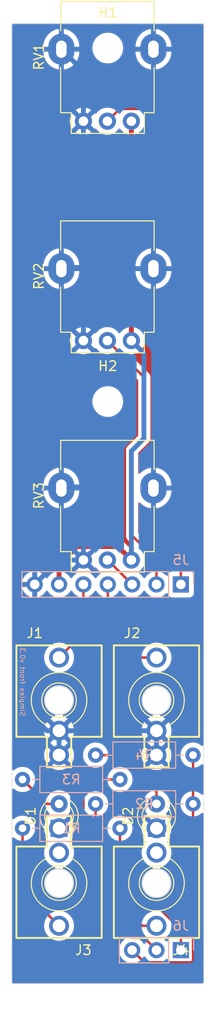
<source format=kicad_pcb>
(kicad_pcb (version 20221018) (generator pcbnew)
  (title_block (title "Simplex Front") (date "2021-08-12") (rev "v0.3") (company "Free Modular"))
  (layers (0 "F.Cu" signal) (31 "B.Cu" signal) (34 "B.Paste" user) (35 "F.Paste" user) (36 "B.SilkS" user "B.Silkscreen") (37 "F.SilkS" user "F.Silkscreen") (38 "B.Mask" user) (39 "F.Mask" user) (44 "Edge.Cuts" user))
  (net 0 "")
  (net 1 "SPEED_CV")
  (net 2 "GND")
  (net 3 "TEXTURE_CV")
  (net 4 "OUT_A")
  (net 5 "Net-(J3-Pad2)")
  (net 6 "OUT_B")
  (net 7 "Net-(J4-Pad2)")
  (net 8 "Net-(J3-Pad3)")
  (net 9 "Net-(J4-Pad3)")
  (net 10 "SPEED_POT")
  (net 11 "+5V")
  (net 12 "TEXTURE_POT")
  (net 13 "ATTEN_POT")
  (net 14 "LED_A")
  (net 15 "Net-(D1-Pad2)")
  (net 16 "Net-(D2-Pad2)")
  (footprint "free_modular:THONKICONN_perf" (layer "F.Cu") (at 45.08 101.12)
    (fp_text reference "J2" (at -2.54 -7.62) (layer "F.SilkS"))
    (fp_text value "THONKICONN")
    (fp_line (start -4.445 -6.35) (end 4.445 -6.35) (stroke (width 0.2)) (layer "F.SilkS"))
    (fp_line (start -4.445 3.175) (end -4.445 -6.35) (stroke (width 0.2)) (layer "F.SilkS"))
    (fp_line (start -4.445 3.175) (end -1.27 3.175) (stroke (width 0.2)) (layer "F.SilkS"))
    (fp_line (start -1.27 6.35) (end -1.27 3.175) (stroke (width 0.2)) (layer "F.SilkS"))
    (fp_line (start 1.27 3.175) (end 1.27 6.35) (stroke (width 0.2)) (layer "F.SilkS"))
    (fp_line (start 1.27 3.175) (end 4.445 3.175) (stroke (width 0.2)) (layer "F.SilkS"))
    (fp_line (start 1.27 6.35) (end -1.27 6.35) (stroke (width 0.2)) (layer "F.SilkS"))
    (fp_line (start 4.445 -6.35) (end 4.445 3.175) (stroke (width 0.2)) (layer "F.SilkS"))
    (fp_arc (start -1.296263 1.953577) (mid -2.817353 -1.300994) (end 0 -3.53) (stroke (width 0.12)) (layer "F.SilkS"))
    (fp_arc (start 0 -3.53) (mid 2.817353 -1.300994) (end 1.296263 1.953577) (stroke (width 0.12)) (layer "F.SilkS"))
    (fp_circle (center 0 -0.635) (end -1.8 -0.635) (stroke (width 0.12)) (fill none) (layer "F.SilkS"))
    (fp_circle (center 0 -0.635) (end -1.5 -0.635) (stroke (width 0.12)) (fill none) (layer "Edge.Cuts"))
    (pad "1" thru_hole circle (at 0 5.08) (size 2.092 2.092) (drill 1.34) (layers "*.Cu" "*.Mask") (net 2 "GND"))
    (pad "2" thru_hole circle (at 0 2.54) (size 2.092 2.092) (drill 1.34) (layers "*.Cu" "*.Mask") (net 2 "GND"))
    (pad "3" thru_hole circle (at 0 -5.08 90) (size 2.092 2.092) (drill 1.34) (layers "*.Cu" "*.Mask") (net 3 "TEXTURE_CV"))
  )
  (footprint "free_modular:Alpha_Potentiometer_Grounded" (layer "F.Cu") (at 37.46 40.16 90)
    (fp_text reference "RV1" (at 6.71 -4.64 270) (layer "F.SilkS"))
    (fp_text value "R_POT_MountingPin")
    (fp_line (start -1.27 -1.27) (end -1.27 6.35) (stroke (width 0.12)) (layer "F.SilkS"))
    (fp_line (start 0.88 -2.38) (end 0.88 -1.27) (stroke (width 0.12)) (layer "F.SilkS"))
    (fp_line (start 0.88 -2.38) (end 5.6 -2.38) (stroke (width 0.12)) (layer "F.SilkS"))
    (fp_line (start 0.88 -1.27) (end -1.27 -1.27) (stroke (width 0.12)) (layer "F.SilkS"))
    (fp_line (start 0.88 6.35) (end -1.27 6.35) (stroke (width 0.12)) (layer "F.SilkS"))
    (fp_line (start 0.88 7.37) (end 0.88 6.35) (stroke (width 0.12)) (layer "F.SilkS"))
    (fp_line (start 0.88 7.37) (end 5.6 7.37) (stroke (width 0.12)) (layer "F.SilkS"))
    (fp_line (start 9.41 -2.37) (end 12.47 -2.37) (stroke (width 0.12)) (layer "F.SilkS"))
    (fp_line (start 9.41 7.37) (end 12.47 7.37) (stroke (width 0.12)) (layer "F.SilkS"))
    (fp_line (start 12.47 7.37) (end 12.47 -2.37) (stroke (width 0.12)) (layer "F.SilkS"))
    (pad "1" thru_hole circle (at 0 0 180) (size 1.8 1.8) (drill 1) (layers "*.Cu" "*.Mask") (net 2 "GND"))
    (pad "2" thru_hole circle (at 0 2.5 180) (size 1.8 1.8) (drill 1) (layers "*.Cu" "*.Mask") (net 10 "SPEED_POT"))
    (pad "3" thru_hole circle (at 0 5 180) (size 1.8 1.8) (drill 1) (layers "*.Cu" "*.Mask") (net 11 "+5V"))
    (pad "MP" thru_hole oval (at 7.5 -2.3 180) (size 2.72 3.24) (drill oval 1.1 1.8) (layers "*.Cu" "*.Mask") (net 2 "GND"))
    (pad "MP" thru_hole oval (at 7.5 7.3 180) (size 2.72 3.24) (drill oval 1.1 1.8) (layers "*.Cu" "*.Mask") (net 2 "GND"))
  )
  (footprint "free_modular:Alpha_Potentiometer_Grounded" (layer "F.Cu") (at 37.46 63.02 90)
    (fp_text reference "RV2" (at 6.71 -4.64 270) (layer "F.SilkS"))
    (fp_text value "R_POT_MountingPin")
    (fp_line (start -1.27 -1.27) (end -1.27 6.35) (stroke (width 0.12)) (layer "F.SilkS"))
    (fp_line (start 0.88 -2.38) (end 0.88 -1.27) (stroke (width 0.12)) (layer "F.SilkS"))
    (fp_line (start 0.88 -2.38) (end 5.6 -2.38) (stroke (width 0.12)) (layer "F.SilkS"))
    (fp_line (start 0.88 -1.27) (end -1.27 -1.27) (stroke (width 0.12)) (layer "F.SilkS"))
    (fp_line (start 0.88 6.35) (end -1.27 6.35) (stroke (width 0.12)) (layer "F.SilkS"))
    (fp_line (start 0.88 7.37) (end 0.88 6.35) (stroke (width 0.12)) (layer "F.SilkS"))
    (fp_line (start 0.88 7.37) (end 5.6 7.37) (stroke (width 0.12)) (layer "F.SilkS"))
    (fp_line (start 9.41 -2.37) (end 12.47 -2.37) (stroke (width 0.12)) (layer "F.SilkS"))
    (fp_line (start 9.41 7.37) (end 12.47 7.37) (stroke (width 0.12)) (layer "F.SilkS"))
    (fp_line (start 12.47 7.37) (end 12.47 -2.37) (stroke (width 0.12)) (layer "F.SilkS"))
    (pad "1" thru_hole circle (at 0 0 180) (size 1.8 1.8) (drill 1) (layers "*.Cu" "*.Mask") (net 2 "GND"))
    (pad "2" thru_hole circle (at 0 2.5 180) (size 1.8 1.8) (drill 1) (layers "*.Cu" "*.Mask") (net 12 "TEXTURE_POT"))
    (pad "3" thru_hole circle (at 0 5 180) (size 1.8 1.8) (drill 1) (layers "*.Cu" "*.Mask") (net 11 "+5V"))
    (pad "MP" thru_hole oval (at 7.5 -2.3 180) (size 2.72 3.24) (drill oval 1.1 1.8) (layers "*.Cu" "*.Mask") (net 2 "GND"))
    (pad "MP" thru_hole oval (at 7.5 7.3 180) (size 2.72 3.24) (drill oval 1.1 1.8) (layers "*.Cu" "*.Mask") (net 2 "GND"))
  )
  (footprint "free_modular:Alpha_Potentiometer_Grounded" (layer "F.Cu") (at 37.46 85.88 90)
    (fp_text reference "RV3" (at 6.71 -4.64 270) (layer "F.SilkS"))
    (fp_text value "R_POT_MountingPin")
    (fp_line (start -1.27 -1.27) (end -1.27 6.35) (stroke (width 0.12)) (layer "F.SilkS"))
    (fp_line (start 0.88 -2.38) (end 0.88 -1.27) (stroke (width 0.12)) (layer "F.SilkS"))
    (fp_line (start 0.88 -2.38) (end 5.6 -2.38) (stroke (width 0.12)) (layer "F.SilkS"))
    (fp_line (start 0.88 -1.27) (end -1.27 -1.27) (stroke (width 0.12)) (layer "F.SilkS"))
    (fp_line (start 0.88 6.35) (end -1.27 6.35) (stroke (width 0.12)) (layer "F.SilkS"))
    (fp_line (start 0.88 7.37) (end 0.88 6.35) (stroke (width 0.12)) (layer "F.SilkS"))
    (fp_line (start 0.88 7.37) (end 5.6 7.37) (stroke (width 0.12)) (layer "F.SilkS"))
    (fp_line (start 9.41 -2.37) (end 12.47 -2.37) (stroke (width 0.12)) (layer "F.SilkS"))
    (fp_line (start 9.41 7.37) (end 12.47 7.37) (stroke (width 0.12)) (layer "F.SilkS"))
    (fp_line (start 12.47 7.37) (end 12.47 -2.37) (stroke (width 0.12)) (layer "F.SilkS"))
    (pad "1" thru_hole circle (at 0 0 180) (size 1.8 1.8) (drill 1) (layers "*.Cu" "*.Mask") (net 2 "GND"))
    (pad "2" thru_hole circle (at 0 2.5 180) (size 1.8 1.8) (drill 1) (layers "*.Cu" "*.Mask") (net 13 "ATTEN_POT"))
    (pad "3" thru_hole circle (at 0 5 180) (size 1.8 1.8) (drill 1) (layers "*.Cu" "*.Mask") (net 11 "+5V"))
    (pad "MP" thru_hole oval (at 7.5 -2.3 180) (size 2.72 3.24) (drill oval 1.1 1.8) (layers "*.Cu" "*.Mask") (net 2 "GND"))
    (pad "MP" thru_hole oval (at 7.5 7.3 180) (size 2.72 3.24) (drill oval 1.1 1.8) (layers "*.Cu" "*.Mask") (net 2 "GND"))
  )
  (footprint "LED_THT:LED_D3.0mm" (layer "F.Cu") (at 34.92 113.82 90)
    (fp_text reference "D1" (at 1.27 -2.96 90) (layer "F.SilkS"))
    (fp_text value "LED")
    (fp_line (start -0.29 -1.236) (end -0.29 -1.08) (stroke (width 0.12)) (layer "F.SilkS"))
    (fp_line (start -0.29 1.08) (end -0.29 1.236) (stroke (width 0.12)) (layer "F.SilkS"))
    (fp_arc (start -0.29 -1.235516) (mid 1.366487 -1.987659) (end 2.942335 -1.078608) (stroke (width 0.12)) (layer "F.SilkS"))
    (fp_arc (start 0.229039 -1.08) (mid 1.270117 -1.5) (end 2.31113 -1.079837) (stroke (width 0.12)) (layer "F.SilkS"))
    (fp_arc (start 2.31113 1.079837) (mid 1.270117 1.5) (end 0.229039 1.08) (stroke (width 0.12)) (layer "F.SilkS"))
    (fp_arc (start 2.942335 1.078608) (mid 1.366487 1.987659) (end -0.29 1.235516) (stroke (width 0.12)) (layer "F.SilkS"))
    (pad "1" thru_hole rect (at 0 0 90) (size 1.8 1.8) (drill 0.9) (layers "*.Cu" "*.Mask") (net 2 "GND"))
    (pad "2" thru_hole circle (at 2.54 0 90) (size 1.8 1.8) (drill 0.9) (layers "*.Cu" "*.Mask") (net 15 "Net-(D1-Pad2)"))
  )
  (footprint "LED_THT:LED_D3.0mm" (layer "F.Cu") (at 45.08 113.82 90)
    (fp_text reference "D2" (at 1.27 -2.96 90) (layer "F.SilkS"))
    (fp_text value "LED")
    (fp_line (start -0.29 -1.236) (end -0.29 -1.08) (stroke (width 0.12)) (layer "F.SilkS"))
    (fp_line (start -0.29 1.08) (end -0.29 1.236) (stroke (width 0.12)) (layer "F.SilkS"))
    (fp_arc (start -0.29 -1.235516) (mid 1.366487 -1.987659) (end 2.942335 -1.078608) (stroke (width 0.12)) (layer "F.SilkS"))
    (fp_arc (start 0.229039 -1.08) (mid 1.270117 -1.5) (end 2.31113 -1.079837) (stroke (width 0.12)) (layer "F.SilkS"))
    (fp_arc (start 2.31113 1.079837) (mid 1.270117 1.5) (end 0.229039 1.08) (stroke (width 0.12)) (layer "F.SilkS"))
    (fp_arc (start 2.942335 1.078608) (mid 1.366487 1.987659) (end -0.29 1.235516) (stroke (width 0.12)) (layer "F.SilkS"))
    (pad "1" thru_hole rect (at 0 0 90) (size 1.8 1.8) (drill 0.9) (layers "*.Cu" "*.Mask") (net 2 "GND"))
    (pad "2" thru_hole circle (at 2.54 0 90) (size 1.8 1.8) (drill 0.9) (layers "*.Cu" "*.Mask") (net 16 "Net-(D2-Pad2)"))
  )
  (footprint "free_modular:THONKICONN_perf" (layer "F.Cu") (at 34.92 101.12)
    (fp_text reference "J1" (at -2.54 -7.62) (layer "F.SilkS"))
    (fp_text value "THONKICONN")
    (fp_line (start -4.445 -6.35) (end 4.445 -6.35) (stroke (width 0.2)) (layer "F.SilkS"))
    (fp_line (start -4.445 3.175) (end -4.445 -6.35) (stroke (width 0.2)) (layer "F.SilkS"))
    (fp_line (start -4.445 3.175) (end -1.27 3.175) (stroke (width 0.2)) (layer "F.SilkS"))
    (fp_line (start -1.27 6.35) (end -1.27 3.175) (stroke (width 0.2)) (layer "F.SilkS"))
    (fp_line (start 1.27 3.175) (end 1.27 6.35) (stroke (width 0.2)) (layer "F.SilkS"))
    (fp_line (start 1.27 3.175) (end 4.445 3.175) (stroke (width 0.2)) (layer "F.SilkS"))
    (fp_line (start 1.27 6.35) (end -1.27 6.35) (stroke (width 0.2)) (layer "F.SilkS"))
    (fp_line (start 4.445 -6.35) (end 4.445 3.175) (stroke (width 0.2)) (layer "F.SilkS"))
    (fp_arc (start -1.296263 1.953577) (mid -2.817353 -1.300994) (end 0 -3.53) (stroke (width 0.12)) (layer "F.SilkS"))
    (fp_arc (start 0 -3.53) (mid 2.817353 -1.300994) (end 1.296263 1.953577) (stroke (width 0.12)) (layer "F.SilkS"))
    (fp_circle (center 0 -0.635) (end -1.8 -0.635) (stroke (width 0.12)) (fill none) (layer "F.SilkS"))
    (fp_circle (center 0 -0.635) (end -1.5 -0.635) (stroke (width 0.12)) (fill none) (layer "Edge.Cuts"))
    (pad "1" thru_hole circle (at 0 5.08) (size 2.092 2.092) (drill 1.34) (layers "*.Cu" "*.Mask") (net 2 "GND"))
    (pad "2" thru_hole circle (at 0 2.54) (size 2.092 2.092) (drill 1.34) (layers "*.Cu" "*.Mask") (net 2 "GND"))
    (pad "3" thru_hole circle (at 0 -5.08 90) (size 2.092 2.092) (drill 1.34) (layers "*.Cu" "*.Mask") (net 1 "SPEED_CV"))
  )
  (footprint "free_modular:THONKICONN_perf" (layer "F.Cu") (at 34.92 118.9 180)
    (fp_text reference "J3" (at -2.54 -7.62) (layer "F.SilkS"))
    (fp_text value "THONKICONN")
    (fp_line (start -4.445 -6.35) (end 4.445 -6.35) (stroke (width 0.2)) (layer "F.SilkS"))
    (fp_line (start -4.445 3.175) (end -4.445 -6.35) (stroke (width 0.2)) (layer "F.SilkS"))
    (fp_line (start -4.445 3.175) (end -1.27 3.175) (stroke (width 0.2)) (layer "F.SilkS"))
    (fp_line (start -1.27 6.35) (end -1.27 3.175) (stroke (width 0.2)) (layer "F.SilkS"))
    (fp_line (start 1.27 3.175) (end 1.27 6.35) (stroke (width 0.2)) (layer "F.SilkS"))
    (fp_line (start 1.27 3.175) (end 4.445 3.175) (stroke (width 0.2)) (layer "F.SilkS"))
    (fp_line (start 1.27 6.35) (end -1.27 6.35) (stroke (width 0.2)) (layer "F.SilkS"))
    (fp_line (start 4.445 -6.35) (end 4.445 3.175) (stroke (width 0.2)) (layer "F.SilkS"))
    (fp_arc (start -1.296263 1.953577) (mid -2.817353 -1.300994) (end 0 -3.53) (stroke (width 0.12)) (layer "F.SilkS"))
    (fp_arc (start 0 -3.53) (mid 2.817353 -1.300994) (end 1.296263 1.953577) (stroke (width 0.12)) (layer "F.SilkS"))
    (fp_circle (center 0 -0.635) (end -1.8 -0.635) (stroke (width 0.12)) (fill none) (layer "F.SilkS"))
    (fp_circle (center 0 -0.635) (end -1.5 -0.635) (stroke (width 0.12)) (fill none) (layer "Edge.Cuts"))
    (pad "1" thru_hole circle (at 0 5.08 180) (size 2.092 2.092) (drill 1.34) (layers "*.Cu" "*.Mask") (net 2 "GND"))
    (pad "2" thru_hole circle (at 0 2.54 180) (size 2.092 2.092) (drill 1.34) (layers "*.Cu" "*.Mask") (net 5 "Net-(J3-Pad2)"))
    (pad "3" thru_hole circle (at 0 -5.08 270) (size 2.092 2.092) (drill 1.34) (layers "*.Cu" "*.Mask") (net 8 "Net-(J3-Pad3)"))
  )
  (footprint "free_modular:THONKICONN_perf" (layer "F.Cu") (at 45.08 118.9 180)
    (fp_text reference "J4" (at -2.54 -7.62) (layer "F.SilkS"))
    (fp_text value "THONKICONN")
    (fp_line (start -4.445 -6.35) (end 4.445 -6.35) (stroke (width 0.2)) (layer "F.SilkS"))
    (fp_line (start -4.445 3.175) (end -4.445 -6.35) (stroke (width 0.2)) (layer "F.SilkS"))
    (fp_line (start -4.445 3.175) (end -1.27 3.175) (stroke (width 0.2)) (layer "F.SilkS"))
    (fp_line (start -1.27 6.35) (end -1.27 3.175) (stroke (width 0.2)) (layer "F.SilkS"))
    (fp_line (start 1.27 3.175) (end 1.27 6.35) (stroke (width 0.2)) (layer "F.SilkS"))
    (fp_line (start 1.27 3.175) (end 4.445 3.175) (stroke (width 0.2)) (layer "F.SilkS"))
    (fp_line (start 1.27 6.35) (end -1.27 6.35) (stroke (width 0.2)) (layer "F.SilkS"))
    (fp_line (start 4.445 -6.35) (end 4.445 3.175) (stroke (width 0.2)) (layer "F.SilkS"))
    (fp_arc (start -1.296263 1.953577) (mid -2.817353 -1.300994) (end 0 -3.53) (stroke (width 0.12)) (layer "F.SilkS"))
    (fp_arc (start 0 -3.53) (mid 2.817353 -1.300994) (end 1.296263 1.953577) (stroke (width 0.12)) (layer "F.SilkS"))
    (fp_circle (center 0 -0.635) (end -1.8 -0.635) (stroke (width 0.12)) (fill none) (layer "F.SilkS"))
    (fp_circle (center 0 -0.635) (end -1.5 -0.635) (stroke (width 0.12)) (fill none) (layer "Edge.Cuts"))
    (pad "1" thru_hole circle (at 0 5.08 180) (size 2.092 2.092) (drill 1.34) (layers "*.Cu" "*.Mask") (net 2 "GND"))
    (pad "2" thru_hole circle (at 0 2.54 180) (size 2.092 2.092) (drill 1.34) (layers "*.Cu" "*.Mask") (net 7 "Net-(J4-Pad2)"))
    (pad "3" thru_hole circle (at 0 -5.08 270) (size 2.092 2.092) (drill 1.34) (layers "*.Cu" "*.Mask") (net 9 "Net-(J4-Pad3)"))
  )
  (footprint "MountingHole:MountingHole_2.7mm" (layer "F.Cu") (at 40 32.54)
    (fp_text reference "H1" (at 0 -3.7) (layer "F.SilkS"))
    (fp_text value "MountingHole")
    (pad "" np_thru_hole circle (at 0 0) (size 2.7 2.7) (drill 2.7) (layers "*.Cu" "*.Mask"))
  )
  (footprint "MountingHole:MountingHole_2.7mm" (layer "F.Cu") (at 40 69.37)
    (fp_text reference "H2" (at 0 -3.7) (layer "F.SilkS"))
    (fp_text value "MountingHole")
    (pad "" np_thru_hole circle (at 0 0) (size 2.7 2.7) (drill 2.7) (layers "*.Cu" "*.Mask"))
  )
  (footprint "Connector_PinSocket_2.54mm:PinSocket_1x07_P2.54mm_Vertical" (layer "B.Cu") (at 47.62 88.42 90)
    (fp_text reference "J5" (at 2.54 0) (layer "B.SilkS") (effects (justify mirror)))
    (fp_text value "Conn_01x07_Female")
    (fp_line (start -1.33 -16.57) (end 1.33 -16.57) (stroke (width 0.12)) (layer "B.SilkS"))
    (fp_line (start -1.33 -1.27) (end -1.33 -16.57) (stroke (width 0.12)) (layer "B.SilkS"))
    (fp_line (start -1.33 -1.27) (end 1.33 -1.27) (stroke (width 0.12)) (layer "B.SilkS"))
    (fp_line (start 0 1.33) (end 1.33 1.33) (stroke (width 0.12)) (layer "B.SilkS"))
    (fp_line (start 1.33 -1.27) (end 1.33 -16.57) (stroke (width 0.12)) (layer "B.SilkS"))
    (fp_line (start 1.33 1.33) (end 1.33 0) (stroke (width 0.12)) (layer "B.SilkS"))
    (pad "1" thru_hole rect (at 0 0 90) (size 1.7 1.7) (drill 1) (layers "*.Cu" "*.Mask") (net 10 "SPEED_POT"))
    (pad "2" thru_hole oval (at 0 -2.54 90) (size 1.7 1.7) (drill 1) (layers "*.Cu" "*.Mask") (net 12 "TEXTURE_POT"))
    (pad "3" thru_hole oval (at 0 -5.08 90) (size 1.7 1.7) (drill 1) (layers "*.Cu" "*.Mask") (net 13 "ATTEN_POT"))
    (pad "4" thru_hole oval (at 0 -7.62 90) (size 1.7 1.7) (drill 1) (layers "*.Cu" "*.Mask") (net 3 "TEXTURE_CV"))
    (pad "5" thru_hole oval (at 0 -10.16 90) (size 1.7 1.7) (drill 1) (layers "*.Cu" "*.Mask") (net 1 "SPEED_CV"))
    (pad "6" thru_hole oval (at 0 -12.7 90) (size 1.7 1.7) (drill 1) (layers "*.Cu" "*.Mask") (net 11 "+5V"))
    (pad "7" thru_hole oval (at 0 -15.24 90) (size 1.7 1.7) (drill 1) (layers "*.Cu" "*.Mask") (net 2 "GND"))
  )
  (footprint "Connector_PinSocket_2.54mm:PinSocket_1x03_P2.54mm_Vertical" (layer "B.Cu") (at 47.62 126.52 90)
    (fp_text reference "J6" (at 2.54 0) (layer "B.SilkS") (effects (justify mirror)))
    (fp_text value "Conn_01x03_Female")
    (fp_line (start -1.33 -6.41) (end 1.33 -6.41) (stroke (width 0.12)) (layer "B.SilkS"))
    (fp_line (start -1.33 -1.27) (end -1.33 -6.41) (stroke (width 0.12)) (layer "B.SilkS"))
    (fp_line (start -1.33 -1.27) (end 1.33 -1.27) (stroke (width 0.12)) (layer "B.SilkS"))
    (fp_line (start 0 1.33) (end 1.33 1.33) (stroke (width 0.12)) (layer "B.SilkS"))
    (fp_line (start 1.33 -1.27) (end 1.33 -6.41) (stroke (width 0.12)) (layer "B.SilkS"))
    (fp_line (start 1.33 1.33) (end 1.33 0) (stroke (width 0.12)) (layer "B.SilkS"))
    (pad "1" thru_hole rect (at 0 0 90) (size 1.7 1.7) (drill 1) (layers "*.Cu" "*.Mask") (net 4 "OUT_A"))
    (pad "2" thru_hole oval (at 0 -2.54 90) (size 1.7 1.7) (drill 1) (layers "*.Cu" "*.Mask") (net 14 "LED_A"))
    (pad "3" thru_hole oval (at 0 -5.08 90) (size 1.7 1.7) (drill 1) (layers "*.Cu" "*.Mask") (net 6 "OUT_B"))
  )
  (footprint "Resistor_THT:R_Axial_DIN0207_L6.3mm_D2.5mm_P10.16mm_Horizontal" (layer "B.Cu") (at 31.11 113.82)
    (fp_text reference "R1" (at 5.08 0) (layer "B.SilkS") (effects (justify mirror)))
    (fp_text value "1kΩ")
    (fp_line (start 1.04 0) (end 1.81 0) (stroke (width 0.12)) (layer "B.SilkS"))
    (fp_line (start 1.81 -1.37) (end 8.35 -1.37) (stroke (width 0.12)) (layer "B.SilkS"))
    (fp_line (start 1.81 1.37) (end 1.81 -1.37) (stroke (width 0.12)) (layer "B.SilkS"))
    (fp_line (start 8.35 -1.37) (end 8.35 1.37) (stroke (width 0.12)) (layer "B.SilkS"))
    (fp_line (start 8.35 1.37) (end 1.81 1.37) (stroke (width 0.12)) (layer "B.SilkS"))
    (fp_line (start 9.12 0) (end 8.35 0) (stroke (width 0.12)) (layer "B.SilkS"))
    (pad "1" thru_hole circle (at 0 0) (size 1.6 1.6) (drill 0.8) (layers "*.Cu" "*.Mask") (net 8 "Net-(J3-Pad3)"))
    (pad "2" thru_hole oval (at 10.16 0) (size 1.6 1.6) (drill 0.8) (layers "*.Cu" "*.Mask") (net 4 "OUT_A"))
  )
  (footprint "Resistor_THT:R_Axial_DIN0207_L6.3mm_D2.5mm_P10.16mm_Horizontal" (layer "B.Cu") (at 38.73 111.28)
    (fp_text reference "R2" (at 5.08 0) (layer "B.SilkS") (effects (justify mirror)))
    (fp_text value "1kΩ")
    (fp_line (start 1.04 0) (end 1.81 0) (stroke (width 0.12)) (layer "B.SilkS"))
    (fp_line (start 1.81 -1.37) (end 8.35 -1.37) (stroke (width 0.12)) (layer "B.SilkS"))
    (fp_line (start 1.81 1.37) (end 1.81 -1.37) (stroke (width 0.12)) (layer "B.SilkS"))
    (fp_line (start 8.35 -1.37) (end 8.35 1.37) (stroke (width 0.12)) (layer "B.SilkS"))
    (fp_line (start 8.35 1.37) (end 1.81 1.37) (stroke (width 0.12)) (layer "B.SilkS"))
    (fp_line (start 9.12 0) (end 8.35 0) (stroke (width 0.12)) (layer "B.SilkS"))
    (pad "1" thru_hole circle (at 0 0) (size 1.6 1.6) (drill 0.8) (layers "*.Cu" "*.Mask") (net 9 "Net-(J4-Pad3)"))
    (pad "2" thru_hole oval (at 10.16 0) (size 1.6 1.6) (drill 0.8) (layers "*.Cu" "*.Mask") (net 6 "OUT_B"))
  )
  (footprint "Resistor_THT:R_Axial_DIN0207_L6.3mm_D2.5mm_P10.16mm_Horizontal" (layer "B.Cu") (at 31.11 108.74)
    (fp_text reference "R3" (at 5.08 0) (layer "B.SilkS") (effects (justify mirror)))
    (fp_text value "5.1kΩ")
    (fp_line (start 1.04 0) (end 1.81 0) (stroke (width 0.12)) (layer "B.SilkS"))
    (fp_line (start 1.81 -1.37) (end 8.35 -1.37) (stroke (width 0.12)) (layer "B.SilkS"))
    (fp_line (start 1.81 1.37) (end 1.81 -1.37) (stroke (width 0.12)) (layer "B.SilkS"))
    (fp_line (start 8.35 -1.37) (end 8.35 1.37) (stroke (width 0.12)) (layer "B.SilkS"))
    (fp_line (start 8.35 1.37) (end 1.81 1.37) (stroke (width 0.12)) (layer "B.SilkS"))
    (fp_line (start 9.12 0) (end 8.35 0) (stroke (width 0.12)) (layer "B.SilkS"))
    (pad "1" thru_hole circle (at 0 0) (size 1.6 1.6) (drill 0.8) (layers "*.Cu" "*.Mask") (net 15 "Net-(D1-Pad2)"))
    (pad "2" thru_hole oval (at 10.16 0) (size 1.6 1.6) (drill 0.8) (layers "*.Cu" "*.Mask") (net 14 "LED_A"))
  )
  (footprint "Resistor_THT:R_Axial_DIN0207_L6.3mm_D2.5mm_P10.16mm_Horizontal" (layer "B.Cu") (at 38.73 106.2)
    (fp_text reference "R4" (at 5.08 0) (layer "B.SilkS") (effects (justify mirror)))
    (fp_text value "5.1kΩ")
    (fp_line (start 1.04 0) (end 1.81 0) (stroke (width 0.12)) (layer "B.SilkS"))
    (fp_line (start 1.81 -1.37) (end 8.35 -1.37) (stroke (width 0.12)) (layer "B.SilkS"))
    (fp_line (start 1.81 1.37) (end 1.81 -1.37) (stroke (width 0.12)) (layer "B.SilkS"))
    (fp_line (start 8.35 -1.37) (end 8.35 1.37) (stroke (width 0.12)) (layer "B.SilkS"))
    (fp_line (start 8.35 1.37) (end 1.81 1.37) (stroke (width 0.12)) (layer "B.SilkS"))
    (fp_line (start 9.12 0) (end 8.35 0) (stroke (width 0.12)) (layer "B.SilkS"))
    (pad "1" thru_hole circle (at 0 0) (size 1.6 1.6) (drill 0.8) (layers "*.Cu" "*.Mask") (net 16 "Net-(D2-Pad2)"))
    (pad "2" thru_hole oval (at 10.16 0) (size 1.6 1.6) (drill 0.8) (layers "*.Cu" "*.Mask") (net 6 "OUT_B"))
  )
  (gr_line (start 50 30) (end 30 30) (stroke (width 0.05)) (layer "Edge.Cuts"))
  (gr_line (start 30 130) (end 50 130) (stroke (width 0.05)) (layer "Edge.Cuts"))
  (gr_line (start 30 30) (end 30 130) (stroke (width 0.05)) (layer "Edge.Cuts"))
  (gr_line (start 50 130) (end 50 30) (stroke (width 0.05)) (layer "Edge.Cuts"))
  (gr_text "Simplex front v0.3" (at 31.11 98.58 270) (layer "B.SilkS") (effects (font (size 0.508 0.508) (thickness 0.0762)) (justify mirror)))
  (segment (start 37.46 88.42) (end 37.46 93.5) (width 0.254) (layer "F.Cu") (net 1))
  (segment (start 37.46 93.5) (end 34.92 96.04) (width 0.254) (layer "F.Cu") (net 1))
  (segment (start 35.28 78.26) (end 35.16 78.38) (width 0.508) (layer "B.Cu") (net 2))
  (segment (start 36.328001 107.608001) (end 36.328001 112.411999) (width 0.508) (layer "B.Cu") (net 2))
  (segment (start 35.28 55.4) (end 35.16 55.52) (width 0.508) (layer "B.Cu") (net 2))
  (segment (start 34.92 103.66) (end 45.08 103.66) (width 0.508) (layer "B.Cu") (net 2))
  (segment (start 34.92 103.66) (end 33.65 103.66) (width 0.508) (layer "B.Cu") (net 2))
  (segment (start 36.19 64.29) (end 37.46 63.02) (width 0.508) (layer "B.Cu") (net 2))
  (segment (start 37.46 40.16) (end 37.46 34.96) (width 0.508) (layer "B.Cu") (net 2))
  (segment (start 37.46 78.26) (end 35.28 78.26) (width 0.508) (layer "B.Cu") (net 2))
  (segment (start 37.46 63.02) (end 37.46 55.4) (width 0.508) (layer "B.Cu") (net 2))
  (segment (start 45.08 113.82) (end 43.671999 112.411999) (width 0.508) (layer "B.Cu") (net 2))
  (segment (start 34.92 106.2) (end 36.328001 107.608001) (width 0.508) (layer "B.Cu") (net 2))
  (segment (start 37.46 85.88) (end 37.46 78.26) (width 0.508) (layer "B.Cu") (net 2))
  (segment (start 33.65 103.66) (end 32.38 102.39) (width 0.508) (layer "B.Cu") (net 2))
  (segment (start 37.46 34.96) (end 35.16 32.66) (width 0.508) (layer "B.Cu") (net 2))
  (segment (start 37.46 55.4) (end 35.28 55.4) (width 0.508) (layer "B.Cu") (net 2))
  (segment (start 37.46 55.4) (end 37.46 40.16) (width 0.508) (layer "B.Cu") (net 2))
  (segment (start 32.38 88.42) (end 34.92 85.88) (width 0.508) (layer "B.Cu") (net 2))
  (segment (start 43.671999 107.608001) (end 45.08 106.2) (width 0.508) (layer "B.Cu") (net 2))
  (segment (start 34.92 85.88) (end 37.46 85.88) (width 0.508) (layer "B.Cu") (net 2))
  (segment (start 37.46 78.26) (end 37.46 74.45) (width 0.508) (layer "B.Cu") (net 2))
  (segment (start 36.19 73.18) (end 36.19 64.29) (width 0.508) (layer "B.Cu") (net 2))
  (segment (start 43.671999 112.411999) (end 43.671999 107.608001) (width 0.508) (layer "B.Cu") (net 2))
  (segment (start 32.38 102.39) (end 32.38 88.42) (width 0.508) (layer "B.Cu") (net 2))
  (segment (start 36.328001 112.411999) (end 34.92 113.82) (width 0.508) (layer "B.Cu") (net 2))
  (segment (start 45.08 106.2) (end 45.08 103.66) (width 0.508) (layer "B.Cu") (net 2))
  (segment (start 37.46 74.45) (end 36.19 73.18) (width 0.508) (layer "B.Cu") (net 2))
  (segment (start 34.92 106.2) (end 34.92 103.66) (width 0.508) (layer "B.Cu") (net 2))
  (segment (start 45.08 96.04) (end 42.54 96.04) (width 0.254) (layer "F.Cu") (net 3))
  (segment (start 42.54 96.04) (end 40 93.5) (width 0.254) (layer "F.Cu") (net 3))
  (segment (start 40 93.5) (end 40 88.42) (width 0.254) (layer "F.Cu") (net 3))
  (segment (start 47.62 124.408038) (end 45.286962 122.075) (width 0.254) (layer "F.Cu") (net 4))
  (segment (start 43.175 122.075) (end 41.27 120.17) (width 0.254) (layer "F.Cu") (net 4))
  (segment (start 47.62 126.52) (end 47.62 124.408038) (width 0.254) (layer "F.Cu") (net 4))
  (segment (start 41.27 120.17) (end 41.27 113.82) (width 0.254) (layer "F.Cu") (net 4))
  (segment (start 45.286962 122.075) (end 44.445 122.075) (width 0.254) (layer "F.Cu") (net 4))
  (segment (start 44.445 122.075) (end 43.175 122.075) (width 0.254) (layer "F.Cu") (net 4))
  (segment (start 48.89 123.98) (end 48.89 111.28) (width 0.254) (layer "F.Cu") (net 6))
  (segment (start 48.735802 127.79) (end 48.89 127.635802) (width 0.254) (layer "F.Cu") (net 6))
  (segment (start 48.89 111.28) (end 48.89 106.2) (width 0.254) (layer "F.Cu") (net 6))
  (segment (start 48.89 127.635802) (end 48.89 123.98) (width 0.254) (layer "F.Cu") (net 6))
  (segment (start 42.54 126.52) (end 43.81 127.79) (width 0.254) (layer "F.Cu") (net 6))
  (segment (start 43.81 127.79) (end 48.735802 127.79) (width 0.254) (layer "F.Cu") (net 6))
  (segment (start 48.89 125.25) (end 48.89 123.98) (width 0.254) (layer "F.Cu") (net 6))
  (segment (start 31.11 120.17) (end 31.11 113.82) (width 0.254) (layer "F.Cu") (net 8))
  (segment (start 34.92 123.98) (end 31.11 120.17) (width 0.254) (layer "F.Cu") (net 8))
  (segment (start 43.600733 123.98) (end 45.08 123.98) (width 0.254) (layer "F.Cu") (net 9))
  (segment (start 40 115.09) (end 40 120.379267) (width 0.254) (layer "F.Cu") (net 9))
  (segment (start 40 120.379267) (end 43.600733 123.98) (width 0.254) (layer "F.Cu") (net 9))
  (segment (start 38.73 113.82) (end 40 115.09) (width 0.254) (layer "F.Cu") (net 9))
  (segment (start 38.73 111.28) (end 38.73 113.82) (width 0.254) (layer "F.Cu") (net 9))
  (segment (start 41.23 38.89) (end 39.96 40.16) (width 0.254) (layer "F.Cu") (net 10))
  (segment (start 47.62 88.42) (end 47.62 42.7) (width 0.254) (layer "F.Cu") (net 10))
  (segment (start 43.798999 38.878999) (end 41.241001 38.878999) (width 0.254) (layer "F.Cu") (net 10))
  (segment (start 41.241001 38.878999) (end 41.23 38.89) (width 0.254) (layer "F.Cu") (net 10))
  (segment (start 47.62 42.7) (end 43.798999 38.878999) (width 0.254) (layer "F.Cu") (net 10))
  (segment (start 41.051999 84.471999) (end 42.46 85.88) (width 0.508) (layer "F.Cu") (net 11))
  (segment (start 42.46 63.02) (end 42.46 40.16) (width 0.508) (layer "F.Cu") (net 11))
  (segment (start 34.92 86.336158) (end 36.784159 84.471999) (width 0.508) (layer "F.Cu") (net 11))
  (segment (start 36.784159 84.471999) (end 41.051999 84.471999) (width 0.508) (layer "F.Cu") (net 11))
  (segment (start 34.92 88.42) (end 34.92 86.336158) (width 0.508) (layer "F.Cu") (net 11))
  (segment (start 42.46 74.53) (end 43.77 73.22) (width 0.508) (layer "B.Cu") (net 11))
  (segment (start 43.77 73.22) (end 43.77 64.33) (width 0.508) (layer "B.Cu") (net 11))
  (segment (start 42.46 85.88) (end 42.46 74.53) (width 0.508) (layer "B.Cu") (net 11))
  (segment (start 43.77 64.33) (end 42.46 63.02) (width 0.508) (layer "B.Cu") (net 11))
  (segment (start 43.81 66.87) (end 43.81 73.18) (width 0.254) (layer "F.Cu") (net 12))
  (segment (start 39.96 63.02) (end 43.81 66.87) (width 0.254) (layer "F.Cu") (net 12))
  (segment (start 42.54 83.34) (end 45.08 85.88) (width 0.254) (layer "F.Cu") (net 12))
  (segment (start 45.08 85.88) (end 45.08 88.42) (width 0.254) (layer "F.Cu") (net 12))
  (segment (start 42.54 74.45) (end 42.54 83.34) (width 0.254) (layer "F.Cu") (net 12))
  (segment (start 43.81 73.18) (end 42.54 74.45) (width 0.254) (layer "F.Cu") (net 12))
  (segment (start 40 85.88) (end 39.96 85.88) (width 0.254) (layer "F.Cu") (net 13))
  (segment (start 42.54 88.42) (end 40 85.88) (width 0.254) (layer "F.Cu") (net 13))
  (segment (start 43.81 125.25) (end 45.08 126.52) (width 0.254) (layer "F.Cu") (net 14))
  (segment (start 38.73 115.09) (end 38.73 121.44) (width 0.254) (layer "F.Cu") (net 14))
  (segment (start 38.73 121.44) (end 42.54 125.25) (width 0.254) (layer "F.Cu") (net 14))
  (segment (start 37.46 110.01) (end 37.46 113.82) (width 0.254) (layer "F.Cu") (net 14))
  (segment (start 37.46 113.82) (end 38.73 115.09) (width 0.254) (layer "F.Cu") (net 14))
  (segment (start 42.54 125.25) (end 43.81 125.25) (width 0.254) (layer "F.Cu") (net 14))
  (segment (start 41.27 108.74) (end 38.73 108.74) (width 0.254) (layer "F.Cu") (net 14))
  (segment (start 38.73 108.74) (end 37.46 110.01) (width 0.254) (layer "F.Cu") (net 14))
  (segment (start 33.65 111.28) (end 31.11 108.74) (width 0.254) (layer "F.Cu") (net 15))
  (segment (start 34.92 111.28) (end 33.65 111.28) (width 0.254) (layer "F.Cu") (net 15))
  (segment (start 45.08 110.01) (end 41.27 106.2) (width 0.254) (layer "F.Cu") (net 16))
  (segment (start 45.08 111.28) (end 45.08 110.01) (width 0.254) (layer "F.Cu") (net 16))
  (segment (start 41.27 106.2) (end 38.73 106.2) (width 0.254) (layer "F.Cu") (net 16))
  (zone (net 2) (net_name "GND") (layer "F.Cu") (connect_pads (clearance 0.508)) (min_thickness 0.254) (fill yes (thermal_gap 0.508) (thermal_bridge_width 0.508))
    (polygon (pts (xy 50 130) (xy 30 130) (xy 30 30) (xy 50 30)))
  )
  (zone (net 2) (net_name "GND") (layer "B.Cu") (connect_pads (clearance 0.508)) (min_thickness 0.254) (fill yes (thermal_gap 0.508) (thermal_bridge_width 0.508))
    (polygon (pts (xy 50 130) (xy 30 130) (xy 30 30) (xy 50 30)))
  )
)
</source>
